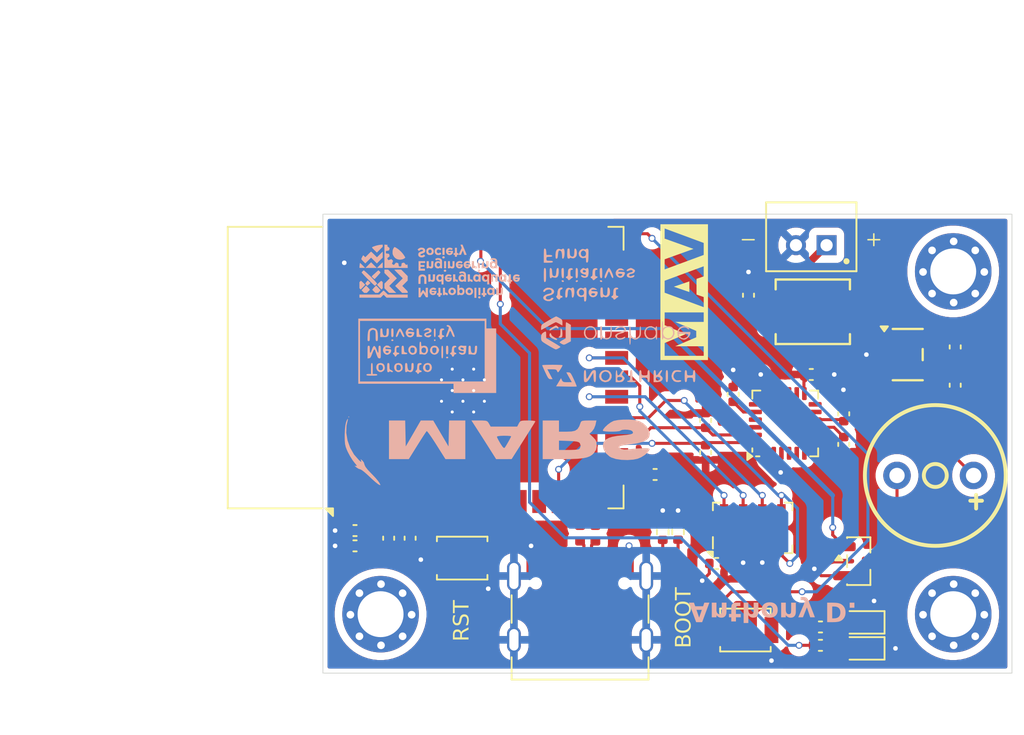
<source format=kicad_pcb>
(kicad_pcb (version 20241229) (generator "pcbnew") (generator_version "9.0")
  (title_block (title "MARS F25 Board") (date "2025-11-07") (rev "v1.0.1") (company "Metropolitan Aerospace Rocket Society") (comment 1 "Author: Anthony Dalgliesh"))
  (layers (0 "F.Cu" signal) (2 "B.Cu" signal) (13 "F.Paste" user) (15 "B.Paste" user) (5 "F.SilkS" user "F.Silkscreen") (7 "B.SilkS" user "B.Silkscreen") (1 "F.Mask" user) (3 "B.Mask" user) (25 "Edge.Cuts" user))
  (net 0 "")
  (net 1 "+3V3")
  (net 2 "Net-(U2-CPOUT)")
  (net 3 "Net-(U2-REGOUT)")
  (net 4 "BAT+")
  (net 5 "BAT-")
  (net 6 "Net-(LS1-Pad1)")
  (net 7 "Net-(Q1-D)")
  (net 8 "/SDA")
  (net 9 "/SCL")
  (net 24 "/MOSI")
  (net 25 "/ESP_EN")
  (net 26 "/ESP_IO0")
  (net 27 "Net-(U5-VIN)")
  (net 28 "Net-(D1-A)")
  (net 29 "Net-(D2-A)")
  (net 30 "Net-(J4-CC1)")
  (net 33 "USB_D-")
  (net 36 "USB_D+")
  (net 40 "Net-(J4-CC2)")
  (net 41 "/BUZZER")
  (net 42 "/LED")
  (net 43 "Net-(U4-GPIO3)")
  (net 56 "/SCK")
  (net 59 "/CS")
  (net 65 "/MISO")
  (footprint "Capacitor_SMD:C_0402_1005Metric" (layer "F.Cu") (at 161.42 108.15 180)
    (property "Reference" "C9" (hide yes))
    (property "Value" "0.1uF")
    (pad "1" smd roundrect (at -0.48 0 180) (size 0.56 0.62) (layers "F.Cu" "F.Mask" "F.Paste") (net 1 "+3V3"))
    (pad "2" smd roundrect (at 0.48 0 180) (size 0.56 0.62) (layers "F.Cu" "F.Mask" "F.Paste") (net 5 "BAT-"))
  )
  (footprint "Capacitor_SMD:C_0402_1005Metric" (layer "F.Cu") (at 160.7 100.9 90)
    (property "Reference" "R2" (hide yes))
    (property "Value" "4.7k" (hide yes))
    (pad "1" smd roundrect (at -0.48 0 90) (size 0.56 0.62) (layers "F.Cu" "F.Mask" "F.Paste") (net 1 "+3V3"))
    (pad "2" smd roundrect (at 0.48 0 90) (size 0.56 0.62) (layers "F.Cu" "F.Mask" "F.Paste") (net 8 "/SDA"))
  )
  (footprint "Sensor_Motion:InvenSense_QFN-24_4x4mm_P0.5mm" (layer "F.Cu") (at 165.9 99 90)
    (property "Reference" "U2" (hide yes))
    (property "Value" "MPU-6050" (hide yes))
    (pad "1" smd roundrect (at -1.95 -1.25 90) (size 0.85 0.3) (layers "F.Cu" "F.Mask" "F.Paste") (net 5 "BAT-"))
    (pad "2" smd roundrect (at -1.95 -0.75 90) (size 0.85 0.3) (layers "F.Cu" "F.Mask" "F.Paste"))
    (pad "3" smd roundrect (at -1.95 -0.25 90) (size 0.85 0.3) (layers "F.Cu" "F.Mask" "F.Paste"))
    (pad "4" smd roundrect (at -1.95 0.25 90) (size 0.85 0.3) (layers "F.Cu" "F.Mask" "F.Paste"))
    (pad "5" smd roundrect (at -1.95 0.75 90) (size 0.85 0.3) (layers "F.Cu" "F.Mask" "F.Paste"))
    (pad "6" smd roundrect (at -1.95 1.25 90) (size 0.85 0.3) (layers "F.Cu" "F.Mask" "F.Paste"))
    (pad "7" smd roundrect (at -1.25 1.95 180) (size 0.85 0.3) (layers "F.Cu" "F.Mask" "F.Paste"))
    (pad "8" smd roundrect (at -0.75 1.95 180) (size 0.85 0.3) (layers "F.Cu" "F.Mask" "F.Paste") (net 1 "+3V3"))
    (pad "9" smd roundrect (at -0.25 1.95 180) (size 0.85 0.3) (layers "F.Cu" "F.Mask" "F.Paste") (net 5 "BAT-"))
    (pad "10" smd roundrect (at 0.25 1.95 180) (size 0.85 0.3) (layers "F.Cu" "F.Mask" "F.Paste") (net 3 "Net-(U2-REGOUT)"))
    (pad "11" smd roundrect (at 0.75 1.95 180) (size 0.85 0.3) (layers "F.Cu" "F.Mask" "F.Paste") (net 5 "BAT-"))
    (pad "12" smd roundrect (at 1.25 1.95 180) (size 0.85 0.3) (layers "F.Cu" "F.Mask" "F.Paste"))
    (pad "13" smd roundrect (at 1.95 1.25 90) (size 0.85 0.3) (layers "F.Cu" "F.Mask" "F.Paste") (net 1 "+3V3"))
    (pad "14" smd roundrect (at 1.95 0.75 90) (size 0.85 0.3) (layers "F.Cu" "F.Mask" "F.Paste"))
    (pad "15" smd roundrect (at 1.95 0.25 90) (size 0.85 0.3) (layers "F.Cu" "F.Mask" "F.Paste"))
    (pad "16" smd roundrect (at 1.95 -0.25 90) (size 0.85 0.3) (layers "F.Cu" "F.Mask" "F.Paste"))
    (pad "17" smd roundrect (at 1.95 -0.75 90) (size 0.85 0.3) (layers "F.Cu" "F.Mask" "F.Paste"))
    (pad "18" smd roundrect (at 1.95 -1.25 90) (size 0.85 0.3) (layers "F.Cu" "F.Mask" "F.Paste") (net 5 "BAT-"))
    (pad "19" smd roundrect (at 1.25 -1.95 180) (size 0.85 0.3) (layers "F.Cu" "F.Mask" "F.Paste"))
    (pad "20" smd roundrect (at 0.75 -1.95 180) (size 0.85 0.3) (layers "F.Cu" "F.Mask" "F.Paste") (net 2 "Net-(U2-CPOUT)"))
    (pad "21" smd roundrect (at 0.25 -1.95 180) (size 0.85 0.3) (layers "F.Cu" "F.Mask" "F.Paste"))
    (pad "22" smd roundrect (at -0.25 -1.95 180) (size 0.85 0.3) (layers "F.Cu" "F.Mask" "F.Paste"))
    (pad "23" smd roundrect (at -0.75 -1.95 180) (size 0.85 0.3) (layers "F.Cu" "F.Mask" "F.Paste") (net 9 "/SCL"))
    (pad "24" smd roundrect (at -1.25 -1.95 180) (size 0.85 0.3) (layers "F.Cu" "F.Mask" "F.Paste") (net 8 "/SDA"))
    (zone (net 0) (net_name "") (layer "F.Cu") (connect_pads (clearance 0)) (min_thickness 0.254)
      (keepout (tracks not_allowed) (vias not_allowed) (pads not_allowed) (copperpour not_allowed) (footprints allowed))
      (fill (thermal_gap 0.508) (thermal_bridge_width 0.508))
      (polygon (pts (xy 164.575 100.375) (xy 164.575 97.625) (xy 167.225 97.625) (xy 167.225 100.375)))
    )
  )
  (footprint "Mount:hole" (layer "F.Cu") (at 139.5 111.5)
    (property "Reference" "H3" (hide yes))
    (property "Value" "MountingHole" (hide yes))
    (pad "1" thru_hole circle (at -2 0 90) (size 0.6 0.6) (drill 0.5) (layers "*.Cu" "*.Mask"))
    (pad "1" thru_hole circle (at -1.41 -1.41 135) (size 0.6 0.6) (drill 0.5) (layers "*.Cu" "*.Mask"))
    (pad "1" thru_hole circle (at -1.41 1.41 225) (size 0.6 0.6) (drill 0.5) (layers "*.Cu" "*.Mask"))
    (pad "1" thru_hole circle (at -0.03 -0.035 90) (size 5 5) (drill 3) (layers "*.Cu" "*.Mask"))
    (pad "1" thru_hole circle (at 0 -2 225) (size 0.6 0.6) (drill 0.5) (layers "*.Cu" "*.Mask"))
    (pad "1" thru_hole circle (at 0 2 90) (size 0.6 0.6) (drill 0.5) (layers "*.Cu" "*.Mask"))
    (pad "1" thru_hole circle (at 1.41 -1.41 180) (size 0.6 0.6) (drill 0.5) (layers "*.Cu" "*.Mask"))
    (pad "1" thru_hole circle (at 1.41 1.41 90) (size 0.6 0.6) (drill 0.5) (layers "*.Cu" "*.Mask"))
    (pad "1" thru_hole circle (at 2 0 90) (size 0.6 0.6) (drill 0.5) (layers "*.Cu" "*.Mask"))
  )
  (footprint "RF_Module:ESP32-S3-WROOM-1" (layer "F.Cu") (at 142.39 95.35 90)
    (property "Reference" "U4" (hide yes))
    (property "Value" "ESP32-S3-WROOM-1-N8")
    (pad "1" smd rect (at -8.75 -5.26 90) (size 1.5 0.9) (layers "F.Cu" "F.Mask" "F.Paste") (net 5 "BAT-"))
    (pad "2" smd rect (at -8.75 -3.99 90) (size 1.5 0.9) (layers "F.Cu" "F.Mask" "F.Paste") (net 1 "+3V3"))
    (pad "3" smd rect (at -8.75 -2.72 90) (size 1.5 0.9) (layers "F.Cu" "F.Mask" "F.Paste") (net 25 "/ESP_EN"))
    (pad "4" smd rect (at -8.75 -1.45 90) (size 1.5 0.9) (layers "F.Cu" "F.Mask" "F.Paste"))
    (pad "5" smd rect (at -8.75 -0.18 90) (size 1.5 0.9) (layers "F.Cu" "F.Mask" "F.Paste"))
    (pad "6" smd rect (at -8.75 1.09 90) (size 1.5 0.9) (layers "F.Cu" "F.Mask" "F.Paste"))
    (pad "7" smd rect (at -8.75 2.36 90) (size 1.5 0.9) (layers "F.Cu" "F.Mask" "F.Paste"))
    (pad "8" smd rect (at -8.75 3.63 90) (size 1.5 0.9) (layers "F.Cu" "F.Mask" "F.Paste"))
    (pad "9" smd rect (at -8.75 4.9 90) (size 1.5 0.9) (layers "F.Cu" "F.Mask" "F.Paste"))
    (pad "10" smd rect (at -8.75 6.17 90) (size 1.5 0.9) (layers "F.Cu" "F.Mask" "F.Paste"))
    (pad "11" smd rect (at -8.75 7.44 90) (size 1.5 0.9) (layers "F.Cu" "F.Mask" "F.Paste"))
    (pad "12" smd rect (at -8.75 8.71 90) (size 1.5 0.9) (layers "F.Cu" "F.Mask" "F.Paste") (net 8 "/SDA"))
    (pad "13" smd rect (at -8.75 9.98 90) (size 1.5 0.9) (layers "F.Cu" "F.Mask" "F.Paste") (net 33 "USB_D-"))
    (pad "14" smd rect (at -8.75 11.25 270) (size 1.5 0.9) (layers "F.Cu" "F.Mask" "F.Paste") (net 36 "USB_D+"))
    (pad "15" smd rect (at -6.985 12.5) (size 1.5 0.9) (layers "F.Cu" "F.Mask" "F.Paste") (net 43 "Net-(U4-GPIO3)"))
    (pad "16" smd rect (at -5.715 12.5) (size 1.5 0.9) (layers "F.Cu" "F.Mask" "F.Paste"))
    (pad "17" smd rect (at -4.445 12.5) (size 1.5 0.9) (layers "F.Cu" "F.Mask" "F.Paste") (net 9 "/SCL"))
    (pad "18" smd rect (at -3.175 12.5) (size 1.5 0.9) (layers "F.Cu" "F.Mask" "F.Paste") (net 59 "/CS"))
    (pad "19" smd rect (at -1.905 12.5) (size 1.5 0.9) (layers "F.Cu" "F.Mask" "F.Paste") (net 24 "/MOSI"))
    (pad "20" smd rect (at -0.635 12.5) (size 1.5 0.9) (layers "F.Cu" "F.Mask" "F.Paste") (net 56 "/SCK"))
    (pad "21" smd rect (at 0.635 12.5) (size 1.5 0.9) (layers "F.Cu" "F.Mask" "F.Paste") (net 65 "/MISO"))
    (pad "22" smd rect (at 1.905 12.5) (size 1.5 0.9) (layers "F.Cu" "F.Mask" "F.Paste"))
    (pad "23" smd rect (at 3.175 12.5) (size 1.5 0.9) (layers "F.Cu" "F.Mask" "F.Paste"))
    (pad "24" smd rect (at 4.445 12.5) (size 1.5 0.9) (layers "F.Cu" "F.Mask" "F.Paste"))
    (pad "25" smd rect (at 5.715 12.5) (size 1.5 0.9) (layers "F.Cu" "F.Mask" "F.Paste"))
    (pad "26" smd rect (at 6.985 12.5) (size 1.5 0.9) (layers "F.Cu" "F.Mask" "F.Paste"))
    (pad "27" smd rect (at 8.75 11.25 90) (size 1.5 0.9) (layers "F.Cu" "F.Mask" "F.Paste") (net 26 "/ESP_IO0"))
    (pad "28" smd rect (at 8.75 9.98 90) (size 1.5 0.9) (layers "F.Cu" "F.Mask" "F.Paste"))
    (pad "29" smd rect (at 8.75 8.71 90) (size 1.5 0.9) (layers "F.Cu" "F.Mask" "F.Paste"))
    (pad "30" smd rect (at 8.75 7.44 90) (size 1.5 0.9) (layers "F.Cu" "F.Mask" "F.Paste"))
    (pad "31" smd rect (at 8.75 6.17 90) (size 1.5 0.9) (layers "F.Cu" "F.Mask" "F.Paste"))
    (pad "32" smd rect (at 8.75 4.9 90) (size 1.5 0.9) (layers "F.Cu" "F.Mask" "F.Paste") (net 42 "/LED"))
    (pad "33" smd rect (at 8.75 3.63 90) (size 1.5 0.9) (layers "F.Cu" "F.Mask" "F.Paste") (net 41 "/BUZZER"))
    (pad "34" smd rect (at 8.75 2.36 90) (size 1.5 0.9) (layers "F.Cu" "F.Mask" "F.Paste"))
    (pad "35" smd rect (at 8.75 1.09 90) (size 1.5 0.9) (layers "F.Cu" "F.Mask" "F.Paste"))
    (pad "36" smd rect (at 8.75 -0.18 90) (size 1.5 0.9) (layers "F.Cu" "F.Mask" "F.Paste"))
    (pad "37" smd rect (at 8.75 -1.45 90) (size 1.5 0.9) (layers "F.Cu" "F.Mask" "F.Paste"))
    (pad "38" smd rect (at 8.75 -2.72 90) (size 1.5 0.9) (layers "F.Cu" "F.Mask" "F.Paste"))
    (pad "39" smd rect (at 8.75 -3.99 90) (size 1.5 0.9) (layers "F.Cu" "F.Mask" "F.Paste"))
    (pad "40" smd rect (at 8.75 -5.26 90) (size 1.5 0.9) (layers "F.Cu" "F.Mask" "F.Paste") (net 5 "BAT-"))
    (pad "41" thru_hole circle (at -2.9 1.76 180) (size 0.6 0.6) (drill 0.2) (property pad_prop_heatsink) (layers "*.Cu" "F.Mask") (net 5 "BAT-"))
    (pad "41" thru_hole circle (at -2.9 3.16 90) (size 0.6 0.6) (drill 0.2) (property pad_prop_heatsink) (layers "*.Cu" "F.Mask") (net 5 "BAT-"))
    (pad "41" thru_hole circle (at -2.2 1.06 90) (size 0.6 0.6) (drill 0.2) (property pad_prop_heatsink) (layers "*.Cu" "F.Mask") (net 5 "BAT-"))
    (pad "41" thru_hole circle (at -2.2 2.46 90) (size 0.6 0.6) (drill 0.2) (property pad_prop_heatsink) (layers "*.Cu" "F.Mask") (net 5 "BAT-"))
    (pad "41" thru_hole circle (at -2.2 3.86 90) (size 0.6 0.6) (drill 0.2) (property pad_prop_heatsink) (layers "*.Cu" "F.Mask") (net 5 "BAT-"))
    (pad "41" thru_hole circle (at -1.5 1.76 90) (size 0.6 0.6) (drill 0.2) (property pad_prop_heatsink) (layers "*.Cu" "F.Mask") (net 5 "BAT-"))
    (pad "41" smd rect (at -1.5 2.46) (size 3.9 3.9) (property pad_prop_heatsink) (layers "F.Cu" "F.Mask") (net 5 "BAT-"))
    (pad "41" thru_hole circle (at -1.5 3.16 90) (size 0.6 0.6) (drill 0.2) (property pad_prop_heatsink) (layers "*.Cu" "F.Mask") (net 5 "BAT-"))
    (pad "41" thru_hole circle (at -0.8 1.06 90) (size 0.6 0.6) (drill 0.2) (property pad_prop_heatsink) (layers "*.Cu" "F.Mask") (net 5 "BAT-"))
    (pad "41" thru_hole circle (at -0.8 2.46 90) (size 0.6 0.6) (drill 0.2) (property pad_prop_heatsink) (layers "*.Cu" "F.Mask") (net 5 "BAT-"))
    (pad "41" thru_hole circle (at -0.8 3.86 90) (size 0.6 0.6) (drill 0.2) (property pad_prop_heatsink) (layers "*.Cu" "F.Mask") (net 5 "BAT-"))
    (pad "41" thru_hole circle (at -0.1 1.76 90) (size 0.6 0.6) (drill 0.2) (property pad_prop_heatsink) (layers "*.Cu" "F.Mask") (net 5 "BAT-"))
    (pad "41" thru_hole circle (at -0.1 3.16 90) (size 0.6 0.6) (drill 0.2) (property pad_prop_heatsink) (layers "*.Cu" "F.Mask") (net 5 "BAT-"))
    (zone (net 0) (net_name "") (layers "F.Cu" "B.Cu") (connect_pads (clearance 0)) (min_thickness 0.254)
      (keepout (tracks not_allowed) (vias not_allowed) (pads not_allowed) (copperpour not_allowed) (footprints not_allowed))
      (fill (thermal_gap 0.508) (thermal_bridge_width 0.508))
      (polygon (pts (xy 135.64 119.35) (xy 135.64 71.35) (xy 114.64 71.35) (xy 114.64 119.35)))
    )
  )
  (footprint "B2B-PH-K-S:JST_B2B-PH-K-S" (layer "F.Cu") (at 167.6 86.8)
    (property "Reference" "J3" (hide yes))
    (property "Value" "B2B-PH-K-S" (hide yes))
    (pad "1" thru_hole rect (at 1 0.55) (size 1.308 1.308) (drill 0.8) (layers "*.Cu" "*.Mask") (net 4 "BAT+"))
    (pad "2" thru_hole circle (at -1 0.55) (size 1.308 1.308) (drill 0.8) (layers "*.Cu" "*.Mask") (net 5 "BAT-"))
  )
  (footprint "Resistor_SMD:R_0402_1005Metric" (layer "F.Cu") (at 158.9 106.090001 -90)
    (property "Reference" "R6" (hide yes))
    (property "Value" "5.1k" (hide yes))
    (pad "1" smd roundrect (at -0.509999 0 270) (size 0.54 0.64) (layers "F.Cu" "F.Mask" "F.Paste") (net 5 "BAT-"))
    (pad "2" smd roundrect (at 0.509999 0 270) (size 0.54 0.64) (layers "F.Cu" "F.Mask" "F.Paste") (net 30 "Net-(J4-CC1)"))
  )
  (footprint "Connector_USB:USB_C_Receptacle_Palconn_UTC16-G" (layer "F.Cu") (at 152.5 110.9)
    (property "Reference" "J4" (hide yes))
    (property "Value" "USB_C_Receptacle_USB2.0_16P")
    (pad "" np_thru_hole circle (at -2.89 -1.45 180) (size 0.6 0.6) (drill 0.6) (layers "*.Cu" "*.Mask"))
    (pad "" np_thru_hole circle (at 2.89 -1.45 180) (size 0.6 0.6) (drill 0.6) (layers "*.Cu" "*.Mask"))
    (pad "A1" smd rect (at -3.2 -2.51) (size 0.6 1.16) (layers "F.Cu" "F.Mask" "F.Paste") (net 5 "BAT-"))
    (pad "A4" smd rect (at -2.4 -2.51) (size 0.6 1.16) (layers "F.Cu" "F.Mask" "F.Paste"))
    (pad "A5" smd rect (at -1.25 -2.51 180) (size 0.3 1.16) (layers "F.Cu" "F.Mask" "F.Paste") (net 30 "Net-(J4-CC1)"))
    (pad "A6" smd rect (at -0.25 -2.51 180) (size 0.3 1.16) (layers "F.Cu" "F.Mask" "F.Paste") (net 36 "USB_D+"))
    (pad "A7" smd rect (at 0.25 -2.51 180) (size 0.3 1.16) (layers "F.Cu" "F.Mask" "F.Paste") (net 33 "USB_D-"))
    (pad "A8" smd rect (at 1.25 -2.51 180) (size 0.3 1.16) (layers "F.Cu" "F.Mask" "F.Paste"))
    (pad "A9" smd rect (at 2.4 -2.51) (size 0.6 1.16) (layers "F.Cu" "F.Mask" "F.Paste"))
    (pad "A12" smd rect (at 3.2 -2.51) (size 0.6 1.16) (layers "F.Cu" "F.Mask" "F.Paste") (net 5 "BAT-"))
    (pad "B1" smd rect (at 3.2 -2.51) (size 0.6 1.16) (layers "F.Cu" "F.Mask" "F.Paste") (net 5 "BAT-"))
    (pad "B4" smd rect (at 2.4 -2.51) (size 0.6 1.16) (layers "F.Cu" "F.Mask" "F.Paste"))
    (pad "B5" smd rect (at 1.75 -2.51 180) (size 0.3 1.16) (layers "F.Cu" "F.Mask" "F.Paste") (net 40 "Net-(J4-CC2)"))
    (pad "B6" smd rect (at 0.75 -2.51 180) (size 0.3 1.16) (layers "F.Cu" "F.Mask" "F.Paste") (net 36 "USB_D+"))
    (pad "B7" smd rect (at -0.75 -2.51 180) (size 0.3 1.16) (layers "F.Cu" "F.Mask" "F.Paste") (net 33 "USB_D-"))
    (pad "B8" smd rect (at -1.75 -2.51 180) (size 0.3 1.16) (layers "F.Cu" "F.Mask" "F.Paste"))
    (pad "B9" smd rect (at -2.4 -2.51) (size 0.6 1.16) (layers "F.Cu" "F.Mask" "F.Paste"))
    (pad "B12" smd rect (at -3.2 -2.51) (size 0.6 1.16) (layers "F.Cu" "F.Mask" "F.Paste") (net 5 "BAT-"))
    (pad "S1" thru_hole oval (at -4.32 -1.93 90) (size 2 0.9) (drill oval 1.7 0.6) (property pad_prop_heatsink) (layers "*.Cu" "*.Mask") (net 5 "BAT-"))
    (pad "S1" thru_hole oval (at -4.32 2.24 90) (size 1.7 0.9) (drill oval 1.4 0.6) (property pad_prop_heatsink) (layers "*.Cu" "*.Mask") (net 5 "BAT-"))
    (pad "S1" thru_hole oval (at 4.32 -1.93 90) (size 2 0.9) (drill oval 1.7 0.6) (property pad_prop_heatsink) (layers "*.Cu" "*.Mask") (net 5 "BAT-"))
    (pad "S1" thru_hole oval (at 4.32 2.24 90) (size 1.7 0.9) (drill oval 1.4 0.6) (property pad_prop_heatsink) (layers "*.Cu" "*.Mask") (net 5 "BAT-"))
  )
  (footprint "Capacitor_SMD:C_0402_1005Metric" (layer "F.Cu") (at 168.2 112.3)
    (property "Reference" "R7" (hide yes))
    (property "Value" "1.5k" (hide yes))
    (pad "1" smd roundrect (at -0.48 0) (size 0.56 0.62) (layers "F.Cu" "F.Mask" "F.Paste") (net 1 "+3V3"))
    (pad "2" smd roundrect (at 0.48 0) (size 0.56 0.62) (layers "F.Cu" "F.Mask" "F.Paste") (net 29 "Net-(D2-A)"))
  )
  (footprint "Capacitor_SMD:C_0402_1005Metric" (layer "F.Cu") (at 157.4 102.335)
    (property "Reference" "R5" (hide yes))
    (property "Value" "10k" (hide yes))
    (pad "1" smd roundrect (at -0.48 0) (size 0.56 0.62) (layers "F.Cu" "F.Mask" "F.Paste") (net 43 "Net-(U4-GPIO3)"))
    (pad "2" smd roundrect (at 0.48 0) (size 0.56 0.62) (layers "F.Cu" "F.Mask" "F.Paste") (net 1 "+3V3"))
  )
  (footprint "Capacitor_SMD:C_0402_1005Metric" (layer "F.Cu") (at 137.8 106)
    (property "Reference" "C1" (hide yes))
    (property "Value" "10uF" (hide yes))
    (pad "1" smd roundrect (at -0.48 0) (size 0.56 0.62) (layers "F.Cu" "F.Mask" "F.Paste") (net 5 "BAT-"))
    (pad "2" smd roundrect (at 0.48 0) (size 0.56 0.62) (layers "F.Cu" "F.Mask" "F.Paste") (net 1 "+3V3"))
  )
  (footprint "Capacitor_SMD:C_0402_1005Metric" (layer "F.Cu") (at 160.7 98.8 -90)
    (property "Reference" "R3" (hide yes))
    (property "Value" "4.7k" (hide yes))
    (pad "1" smd roundrect (at -0.48 0 270) (size 0.56 0.62) (layers "F.Cu" "F.Mask" "F.Paste") (net 1 "+3V3"))
    (pad "2" smd roundrect (at 0.48 0 270) (size 0.56 0.62) (layers "F.Cu" "F.Mask" "F.Paste") (net 9 "/SCL"))
  )
  (footprint "Diode:DIODE_SMB_2L_ONS" (layer "F.Cu") (at 167.7 91.7 180)
    (property "Reference" "CR1" (hide yes))
    (property "Value" "MBRS130LT3G" (hide yes))
    (pad "1" smd rect (at -2.1717 0 180) (size 1.9558 2.2606) (layers "F.Cu" "F.Mask" "F.Paste") (net 27 "Net-(U5-VIN)"))
    (pad "2" smd rect (at 2.1717 0 180) (size 1.9558 2.2606) (layers "F.Cu" "F.Mask" "F.Paste") (net 4 "BAT+"))
    (zone (net 0) (net_name "") (layer "F.Cu") (connect_pads (clearance 0)) (min_thickness 0.254)
      (keepout (tracks not_allowed) (vias not_allowed) (pads allowed) (copperpour not_allowed) (footprints allowed))
      (fill (thermal_gap 0.508) (thermal_bridge_width 0.508))
      (polygon (pts (xy 168.843 93.6304) (xy 166.557 93.6304) (xy 166.557 89.7696) (xy 168.843 89.7696)))
    )
  )
  (footprint "HNB09A03:HNB09A03" (layer "F.Cu") (at 175.7 102.4 180)
    (property "Reference" "LS1" (hide yes))
    (property "Value" "HNB09A03" (hide yes))
    (pad "1" thru_hole circle (at -2.5003 0 180) (size 1.8 1.8) (drill 1 (offset 0.00031 0)) (layers "*.Cu" "*.Mask") (net 6 "Net-(LS1-Pad1)"))
    (pad "2" thru_hole circle (at 2.49979 0 180) (size 1.8 1.8) (drill 1 (offset 0.0002 0)) (layers "*.Cu" "*.Mask") (net 7 "Net-(Q1-D)"))
  )
  (footprint "Package_LGA:LGA-8_3x5mm_P1.25mm" (layer "F.Cu") (at 163.775 105.825 90)
    (property "Reference" "U1" (hide yes))
    (property "Value" "MS5611-01BA")
    (pad "1" smd rect (at -1.075 -1.875 90) (size 0.95 0.55) (layers "F.Cu" "F.Mask" "F.Paste") (net 1 "+3V3"))
    (pad "2" smd rect (at -1.075 -0.625 90) (size 0.95 0.55) (layers "F.Cu" "F.Mask" "F.Paste") (net 5 "BAT-"))
    (pad "3" smd rect (at -1.075 0.625 90) (size 0.95 0.55) (layers "F.Cu" "F.Mask" "F.Paste") (net 5 "BAT-"))
    (pad "4" smd rect (at -1.075 1.875 90) (size 0.95 0.55) (layers "F.Cu" "F.Mask" "F.Paste") (net 59 "/CS"))
    (pad "5" smd rect (at 1.075 1.875 90) (size 0.95 0.55) (layers "F.Cu" "F.Mask" "F.Paste") (net 59 "/CS"))
    (pad "6" smd rect (at 1.075 0.625 90) (size 0.95 0.55) (layers "F.Cu" "F.Mask" "F.Paste") (net 65 "/MISO"))
    (pad "7" smd rect (at 1.075 -0.625 90) (size 0.95 0.55) (layers "F.Cu" "F.Mask" "F.Paste") (net 24 "/MOSI"))
    (pad "8" smd rect (at 1.075 -1.875 90) (size 0.95 0.55) (layers "F.Cu" "F.Mask" "F.Paste") (net 56 "/SCK"))
  )
  (footprint "Package_TO_SOT_SMD:SOT-23" (layer "F.Cu") (at 170.7 108)
    (property "Reference" "Q1" (hide yes))
    (property "Value" "IRLML6244")
    (pad "1" smd roundrect (at -0.9375 -0.95) (size 1.475 0.6) (layers "F.Cu" "F.Mask" "F.Paste") (net 41 "/BUZZER"))
    (pad "2" smd roundrect (at -0.9375 0.95) (size 1.475 0.6) (layers "F.Cu" "F.Mask" "F.Paste") (net 5 "BAT-"))
    (pad "3" smd roundrect (at 0.9375 0) (size 1.475 0.6) (layers "F.Cu" "F.Mask" "F.Paste") (net 7 "Net-(Q1-D)"))
  )
  (footprint "LED_SMD:LED_0603_1608Metric" (layer "F.Cu") (at 170.9 112 180)
    (property "Reference" "D2" (hide yes))
    (property "Value" "LED" (hide yes))
    (pad "1" smd roundrect (at -0.787501 0 180) (size 0.875 0.95) (layers "F.Cu" "F.Mask" "F.Paste") (net 5 "BAT-"))
    (pad "2" smd roundrect (at 0.787501 0 180) (size 0.875 0.95) (layers "F.Cu" "F.Mask" "F.Paste") (net 29 "Net-(D2-A)"))
  )
  (footprint "Capacitor_SMD:C_0402_1005Metric" (layer "F.Cu") (at 169.719999 98.37 90)
    (property "Reference" "C7" (hide yes))
    (property "Value" "0.1uF" (hide yes))
    (pad "1" smd roundrect (at -0.48 0 90) (size 0.56 0.62) (layers "F.Cu" "F.Mask" "F.Paste") (net 3 "Net-(U2-REGOUT)"))
    (pad "2" smd roundrect (at 0.48 0 90) (size 0.56 0.62) (layers "F.Cu" "F.Mask" "F.Paste") (net 5 "BAT-"))
  )
  (footprint "Capacitor_SMD:C_0402_1005Metric" (layer "F.Cu") (at 168.2 113.5)
    (property "Reference" "R1" (hide yes))
    (property "Value" "2k" (hide yes))
    (pad "1" smd roundrect (at -0.48 0) (size 0.56 0.62) (layers "F.Cu" "F.Mask" "F.Paste") (net 42 "/LED"))
    (pad "2" smd roundrect (at 0.48 0) (size 0.56 0.62) (layers "F.Cu" "F.Mask" "F.Paste") (net 28 "Net-(D1-A)"))
  )
  (footprint "clipboard:8a0a766a-bff8-4b8c-9015-f6a2d7131c27" (layer "F.Cu") (at 172.5 92.8)
    (property "Reference" "" (at 0 0 0) (layer "F.SilkS") (effects (font (size 1.27 1.27))))
    (property "Value" "")
  )
  (footprint "Button_Switch_SMD:SW_SPST_B3U-1000P" (layer "F.Cu") (at 144.8 107.8 180)
    (property "Reference" "SW1" (hide yes))
    (property "Value" "RESET" (hide yes))
    (pad "1" smd rect (at -1.700001 0 180) (size 0.9 1.7) (layers "F.Cu" "F.Mask" "F.Paste") (net 5 "BAT-"))
    (pad "2" smd rect (at 1.700001 0 180) (size 0.9 1.7) (layers "F.Cu" "F.Mask" "F.Paste") (net 25 "/ESP_EN"))
  )
  (footprint "Mount:hole" (layer "F.Cu") (at 176.9 89.1)
    (property "Reference" "H1" (hide yes))
    (property "Value" "MountingHole" (hide yes))
    (pad "1" thru_hole circle (at -2 0 90) (size 0.6 0.6) (drill 0.5) (layers "*.Cu" "*.Mask"))
    (pad "1" thru_hole circle (at -1.41 -1.41 135) (size 0.6 0.6) (drill 0.5) (layers "*.Cu" "*.Mask"))
    (pad "1" thru_hole circle (at -1.41 1.41 225) (size 0.6 0.6) (drill 0.5) (layers "*.Cu" "*.Mask"))
    (pad "1" thru_hole circle (at -0.03 -0.035 90) (size 5 5) (drill 3) (layers "*.Cu" "*.Mask"))
    (pad "1" thru_hole circle (at 0 -2 225) (size 0.6 0.6) (drill 0.5) (layers "*.Cu" "*.Mask"))
    (pad "1" thru_hole circle (at 0 2 90) (size 0.6 0.6) (drill 0.5) (layers "*.Cu" "*.Mask"))
    (pad "1" thru_hole circle (at 1.41 -1.41 180) (size 0.6 0.6) (drill 0.5) (layers "*.Cu" "*.Mask"))
    (pad "1" thru_hole circle (at 1.41 1.41 90) (size 0.6 0.6) (drill 0.5) (layers "*.Cu" "*.Mask"))
    (pad "1" thru_hole circle (at 2 0 90) (size 0.6 0.6) (drill 0.5) (layers "*.Cu" "*.Mask"))
  )
  (footprint "Capacitor_SMD:C_0402_1005Metric" (layer "F.Cu") (at 140 106.5 -90)
    (property "Reference" "R11" (hide yes))
    (property "Value" "10k" (hide yes))
    (pad "1" smd roundrect (at -0.48 0 270) (size 0.56 0.62) (layers "F.Cu" "F.Mask" "F.Paste") (net 25 "/ESP_EN"))
    (pad "2" smd roundrect (at 0.48 0 270) (size 0.56 0.62) (layers "F.Cu" "F.Mask" "F.Paste") (net 1 "+3V3"))
  )
  (footprint "Capacitor_SMD:C_0402_1005Metric" (layer "F.Cu") (at 141.4 106.5 -90)
    (property "Reference" "C3" (hide yes))
    (property "Value" "1uF" (hide yes))
    (pad "1" smd roundrect (at -0.48 0 270) (size 0.56 0.62) (layers "F.Cu" "F.Mask" "F.Paste") (net 25 "/ESP_EN"))
    (pad "2" smd roundrect (at 0.48 0 270) (size 0.56 0.62) (layers "F.Cu" "F.Mask" "F.Paste") (net 5 "BAT-"))
  )
  (footprint "Capacitor_SMD:C_0402_1005Metric" (layer "F.Cu") (at 177 94 -90)
    (property "Reference" "C11" (hide yes))
    (property "Value" "1uF" (hide yes))
    (pad "1" smd roundrect (at -0.48 0 270) (size 0.56 0.62) (layers "F.Cu" "F.Mask" "F.Paste") (net 1 "+3V3"))
    (pad "2" smd roundrect (at 0.48 0 270) (size 0.56 0.62) (layers "F.Cu" "F.Mask" "F.Paste") (net 5 "BAT-"))
  )
  (footprint "LDO:SOT_RG1_DIO" (layer "F.Cu") (at 173.9 94.5)
    (property "Reference" "U5" (hide yes))
    (property "Value" "AP2112K-3.3" (hide yes))
    (pad "1" smd rect (at -1.35255 -0.950001) (size 1.0033 0.508) (layers "F.Cu" "F.Mask" "F.Paste") (net 27 "Net-(U5-VIN)"))
    (pad "2" smd rect (at -1.35255 0) (size 1.0033 0.508) (layers "F.Cu" "F.Mask" "F.Paste") (net 5 "BAT-"))
    (pad "3" smd rect (at -1.35255 0.950001) (size 1.0033 0.508) (layers "F.Cu" "F.Mask" "F.Paste") (net 1 "+3V3"))
    (pad "4" smd rect (at 1.35255 0.950001) (size 1.0033 0.508) (layers "F.Cu" "F.Mask" "F.Paste"))
    (pad "5" smd rect (at 1.35255 -0.950001) (size 1.0033 0.508) (layers "F.Cu" "F.Mask" "F.Paste") (net 1 "+3V3"))
  )
  (footprint "Capacitor_SMD:C_0402_1005Metric" (layer "F.Cu") (at 177 96.5 -90)
    (property "Reference" "R4" (hide yes))
    (property "Value" "1k" (hide yes))
    (pad "1" smd roundrect (at -0.48 0 270) (size 0.56 0.62) (layers "F.Cu" "F.Mask" "F.Paste") (net 1 "+3V3"))
    (pad "2" smd roundrect (at 0.48 0 270) (size 0.56 0.62) (layers "F.Cu" "F.Mask" "F.Paste") (net 6 "Net-(LS1-Pad1)"))
  )
  (footprint "Capacitor_SMD:C_0402_1005Metric" (layer "F.Cu") (at 169.719999 100.37 -90)
    (property "Reference" "C4" (hide yes))
    (property "Value" "10nF" (hide yes))
    (pad "1" smd roundrect (at -0.48 0 270) (size 0.56 0.62) (layers "F.Cu" "F.Mask" "F.Paste") (net 5 "BAT-"))
    (pad "2" smd roundrect (at 0.48 0 270) (size 0.56 0.62) (layers "F.Cu" "F.Mask" "F.Paste") (net 1 "+3V3"))
  )
  (footprint "Resistor_SMD:R_0402_1005Metric" (layer "F.Cu") (at 153.5 106.2 90)
    (property "Reference" "R16" (hide yes))
    (property "Value" "27" (hide yes))
    (pad "1" smd roundrect (at -0.509999 0 90) (size 0.54 0.64) (layers "F.Cu" "F.Mask" "F.Paste") (net 36 "USB_D+"))
    (pad "2" smd roundrect (at 0.509999 0 90) (size 0.54 0.64) (layers "F.Cu" "F.Mask" "F.Paste") (net 36 "USB_D+"))
  )
  (footprint "Button_Switch_SMD:SW_SPST_B3U-1000P" (layer "F.Cu") (at 163.3 112.5 180)
    (property "Reference" "SW2" (hide yes))
    (property "Value" "BOOT" (hide yes))
    (pad "1" smd rect (at -1.700001 0 180) (size 0.9 1.7) (layers "F.Cu" "F.Mask" "F.Paste") (net 5 "BAT-"))
    (pad "2" smd rect (at 1.700001 0 180) (size 0.9 1.7) (layers "F.Cu" "F.Mask" "F.Paste") (net 26 "/ESP_IO0"))
  )
  (footprint "Capacitor_SMD:C_0402_1005Metric" (layer "F.Cu") (at 137.8 107)
    (property "Reference" "C2" (hide yes))
    (property "Value" "0.1uF" (hide yes))
    (pad "1" smd roundrect (at -0.48 0) (size 0.56 0.62) (layers "F.Cu" "F.Mask" "F.Paste") (net 5 "BAT-"))
    (pad "2" smd roundrect (at 0.48 0) (size 0.56 0.62) (layers "F.Cu" "F.Mask" "F.Paste") (net 1 "+3V3"))
  )
  (footprint "Capacitor_SMD:C_0402_1005Metric" (layer "F.Cu") (at 163.5 90.62 90)
    (property "Reference" "C10" (hide yes))
    (property "Value" "1uF" (hide yes))
    (pad "1" smd roundrect (at -0.48 0 90) (size 0.56 0.62) (layers "F.Cu" "F.Mask" "F.Paste") (net 4 "BAT+"))
    (pad "2" smd roundrect (at 0.48 0 90) (size 0.56 0.62) (layers "F.Cu" "F.Mask" "F.Paste") (net 5 "BAT-"))
  )
  (footprint "Resistor_SMD:R_0402_1005Metric" (layer "F.Cu") (at 157.9 106.1 90)
    (property "Reference" "R12" (hide yes))
    (property "Value" "5.1k" (hide yes))
    (pad "1" smd roundrect (at -0.509999 0 90) (size 0.54 0.64) (layers "F.Cu" "F.Mask" "F.Paste") (net 40 "Net-(J4-CC2)"))
    (pad "2" smd roundrect (at 0.509999 0 90) (size 0.54 0.64) (layers "F.Cu" "F.Mask" "F.Paste") (net 5 "BAT-"))
  )
  (footprint "Capacitor_SMD:C_0402_1005Metric" (layer "F.Cu") (at 162.5 97.1 90)
    (property "Reference" "C6" (hide yes))
    (property "Value" "2.2nF" (hide yes))
    (pad "1" smd roundrect (at -0.48 0 90) (size 0.56 0.62) (layers "F.Cu" "F.Mask" "F.Paste") (net 2 "Net-(U2-CPOUT)"))
    (pad "2" smd roundrect (at 0.48 0 90) (size 0.56 0.62) (layers "F.Cu" "F.Mask" "F.Paste") (net 5 "BAT-"))
  )
  (footprint "Capacitor_SMD:C_0402_1005Metric" (layer "F.Cu") (at 167.6 95.8 180)
    (property "Reference" "C5" (hide yes))
    (property "Value" "0.1uF" (hide yes))
    (pad "1" smd roundrect (at -0.48 0 180) (size 0.56 0.62) (layers "F.Cu" "F.Mask" "F.Paste") (net 5 "BAT-"))
    (pad "2" smd roundrect (at 0.48 0 180) (size 0.56 0.62) (layers "F.Cu" "F.Mask" "F.Paste") (net 1 "+3V3"))
  )
  (footprint "LED_SMD:LED_0603_1608Metric" (layer "F.Cu") (at 170.9 113.7 180)
    (property "Reference" "D1" (hide yes))
    (property "Value" "LED" (hide yes))
    (pad "1" smd roundrect (at -0.787501 0 180) (size 0.875 0.95) (layers "F.Cu" "F.Mask" "F.Paste") (net 5 "BAT-"))
    (pad "2" smd roundrect (at 0.787501 0 180) (size 0.875 0.95) (layers "F.Cu" "F.Mask" "F.Paste") (net 28 "Net-(D1-A)"))
  )
  (footprint "Mount:hole" (layer "F.Cu") (at 176.9 111.5)
    (property "Reference" "H2" (hide yes))
    (property "Value" "MountingHole" (hide yes))
    (pad "1" thru_hole circle (at -2 0 90) (size 0.6 0.6) (drill 0.5) (layers "*.Cu" "*.Mask"))
    (pad "1" thru_hole circle (at -1.41 -1.41 135) (size 0.6 0.6) (drill 0.5) (layers "*.Cu" "*.Mask"))
    (pad "1" thru_hole circle (at -1.41 1.41 225) (size 0.6 0.6) (drill 0.5) (layers "*.Cu" "*.Mask"))
    (pad "1" thru_hole circle (at -0.03 -0.035 90) (size 5 5) (drill 3) (layers "*.Cu" "*.Mask"))
    (pad "1" thru_hole circle (at 0 -2 225) (size 0.6 0.6) (drill 0.5) (layers "*.Cu" "*.Mask"))
    (pad "1" thru_hole circle (at 0 2 90) (size 0.6 0.6) (drill 0.5) (layers "*.Cu" "*.Mask"))
    (pad "1" thru_hole circle (at 1.41 -1.41 180) (size 0.6 0.6) (drill 0.5) (layers "*.Cu" "*.Mask"))
    (pad "1" thru_hole circle (at 1.41 1.41 90) (size 0.6 0.6) (drill 0.5) (layers "*.Cu" "*.Mask"))
    (pad "1" thru_hole circle (at 2 0 90) (size 0.6 0.6) (drill 0.5) (layers "*.Cu" "*.Mask"))
  )
  (footprint "Resistor_SMD:R_0402_1005Metric" (layer "F.Cu") (at 152.5 106.2 90)
    (property "Reference" "R17" (hide yes))
    (property "Value" "27" (hide yes))
    (pad "1" smd roundrect (at -0.509999 0 90) (size 0.54 0.64) (layers "F.Cu" "F.Mask" "F.Paste") (net 33 "USB_D-"))
    (pad "2" smd roundrect (at 0.509999 0 90) (size 0.54 0.64) (layers "F.Cu" "F.Mask" "F.Paste") (net 33 "USB_D-"))
  )
  (footprint "LOGO" (layer "B.Cu") (at 154.824101 93.082125)
    (property "Reference" "G***" (hide yes))
    (property "Value" "LOGO" (hide yes))
  )
  (footprint "LOGO" (layer "B.Cu") (at 155.024101 95.882125)
    (property "Reference" "G***" (hide yes))
    (property "Value" "LOGO" (hide yes))
  )
  (footprint "LOGO" (layer "B.Cu") (at 142.519024 94.578305)
    (property "Reference" "G***" (hide yes))
    (property "Value" "LOGO" (hide yes))
  )
  (footprint "LOGO" (layer "B.Cu") (at 143.3 89.1)
    (property "Reference" "G***" (hide yes))
    (property "Value" "LOGO" (hide yes))
  )
  (footprint "LOGO" (layer "B.Cu") (at 153.1 89.3)
    (property "Reference" "G***" (hide yes))
    (property "Value" "LOGO" (hide yes))
  )
  (footprint "LOGO" (layer "B.Cu") (at 147.1 100.8)
    (property "Reference" "G***" (hide yes))
    (property "Value" "LOGO" (hide yes))
  )
  (gr_rect (start 135.705 85.32) (end 180.705 115.32) (stroke (width 0.05)) (fill no) (layer "Edge.Cuts"))
  (gr_text "RST" (at 144.8 111.9 90) (layer "F.SilkS") (effects (font (size 1 1))))
  (gr_text "+" (at 171 87.5 0) (layer "F.SilkS") (effects (font (size 1 1) (thickness 0.1)) (justify left bottom)))
  (gr_text "-" (at 162.8 87.5 0) (layer "F.SilkS") (effects (font (size 1 1) (thickness 0.1)) (justify left bottom)))
  (gr_text "BOOT" (at 159.3 111.7 90) (layer "F.SilkS") (effects (font (size 1 1))))
  (gr_text "MAV" (at 161 94.9 90) (layer "F.SilkS" knockout) (effects (font (size 2.5 2.5) (thickness 0.3) (bold yes)) (justify left bottom)))
  (gr_text "Anthony D." (at 159.6 110.5 180) (layer "B.SilkS") (effects (font (size 1.25 1.25) (thickness 0.3) (bold yes)) (justify left bottom mirror)))
  (segment (start 138.4 105.98) (end 138.38 106) (width 0.2) (layer "F.Cu") (net 1))
  (segment (start 167.12 95.8) (end 167.12 97.02) (width 0.2) (layer "F.Cu") (net 1))
  (segment (start 138.4 104.1) (end 138.4 105.98) (width 0.2) (layer "F.Cu") (net 1))
  (segment (start 167.12 97.02) (end 167.15 97.05) (width 0.2) (layer "F.Cu") (net 1))
  (segment (start 138.38 106) (end 138.38 107) (width 0.2) (layer "F.Cu") (net 1))
  (segment (start 163.17 98.25) (end 163.95 98.25) (width 0.2) (layer "F.Cu") (net 2))
  (segment (start 162.5 97.58) (end 163.17 98.25) (width 0.2) (layer "F.Cu") (net 2))
  (segment (start 167.85 98.75) (end 169.619999 98.75) (width 0.2) (layer "F.Cu") (net 3))
  (segment (start 169.619999 98.75) (end 169.719999 98.85) (width 0.2) (layer "F.Cu") (net 3))
  (segment (start 168.6 87.35) (end 165.5283 90.4217) (width 0.5) (layer "F.Cu") (net 4))
  (segment (start 163.6 91.1) (end 164.2 91.7) (width 0.2) (layer "F.Cu") (net 4))
  (segment (start 164.2 91.7) (end 165.5283 91.7) (width 0.2) (layer "F.Cu") (net 4))
  (segment (start 163.5 91.1) (end 163.6 91.1) (width 0.2) (layer "F.Cu") (net 4))
  (segment (start 165.5283 90.4217) (end 165.5283 91.7) (width 0.5) (layer "F.Cu") (net 4))
  (segment (start 141.4 107.2) (end 142.1 107.9) (width 0.2) (layer "F.Cu") (net 5))
  (segment (start 168.25 108.95) (end 169.7625 108.95) (width 0.2) (layer "F.Cu") (net 5))
  (segment (start 164.65 100.95) (end 164.65 101.408824) (width 0.2) (layer "F.Cu") (net 5))
  (segment (start 164.3 95.8) (end 164.3 96.7) (width 0.2) (layer "F.Cu") (net 5))
  (segment (start 137.42 107) (end 136.5 107) (width 0.2) (layer "F.Cu") (net 5))
  (segment (start 169.079999 99.25) (end 169.719999 99.89) (width 0.2) (layer "F.Cu") (net 5))
  (segment (start 137.13 105.81) (end 137.32 106) (width 0.2) (layer "F.Cu") (net 5))
  (segment (start 163.5 89.1) (end 163.5 90.14) (width 0.2) (layer "F.Cu") (net 5))
  (segment (start 168.08 95.8) (end 169.1 95.8) (width 0.2) (layer "F.Cu") (net 5))
  (segment (start 167.8 108.5) (end 168.25 108.95) (width 0.2) (layer "F.Cu") (net 5))
  (segment (start 169.7 97.870001) (end 169.719999 97.89) (width 0.2) (layer "F.Cu") (net 5))
  (segment (start 137.13 104.1) (end 137.13 105.81) (width 0.2) (layer "F.Cu") (net 5))
  (segment (start 137.32 106) (end 137.32 107) (width 0.2) (layer "F.Cu") (net 5))
  (segment (start 149.3 107) (end 149.3 108.39) (width 0.2) (layer "F.Cu") (net 5))
  (segment (start 167.85 99.25) (end 169.079999 99.25) (width 0.2) (layer "F.Cu") (net 5))
  (segment (start 164.65 101.408824) (end 165.441176 102.2) (width 0.2) (layer "F.Cu") (net 5))
  (segment (start 165.441176 102.2) (end 165.6 102.2) (width 0.2) (layer "F.Cu") (net 5))
  (segment (start 171.687501 113.7) (end 173.1 113.7) (width 0.2) (layer "F.Cu") (net 5))
  (segment (start 155.7 107) (end 155.7 108.39) (width 0.2) (layer "F.Cu") (net 5))
  (segment (start 164.4 106.9) (end 164.4 108.090509) (width 0.2) (layer "F.Cu") (net 5))
  (segment (start 171.7 111.987501) (end 171.687501 112) (width 0.2) (layer "F.Cu") (net 5))
  (segment (start 165.000001 112.5) (end 165 114.5) (width 0.2) (layer "F.Cu") (net 5))
  (segment (start 137.13 88.47) (end 137.1 88.5) (width 0.2) (layer "F.Cu") (net 5))
  (segment (start 158.9 104.690001) (end 158.9 105.580002) (width 0.2) (layer "F.Cu") (net 5))
  (segment (start 164.3 96.7) (end 164.65 97.05) (width 0.2) (layer "F.Cu") (net 5))
  (segment (start 169.7 96.9) (end 169.7 97.870001) (width 0.2) (layer "F.Cu") (net 5))
  (segment (start 160.475 109.275) (end 160.94 108.81) (width 0.2) (layer "F.Cu") (net 5))
  (segment (start 141.4 106.98) (end 141.4 107.2) (width 0.2) (layer "F.Cu") (net 5))
  (segment (start 171.7 110.6) (end 171.7 111.987501) (width 0.2) (layer "F.Cu") (net 5))
  (segment (start 146.500001 107.8) (end 146.500001 109.8) (width 0.2) (layer "F.Cu") (net 5))
  (segment (start 171.2 94.5) (end 172.54745 94.5) (width 0.2) (layer "F.Cu") (net 5))
  (segment (start 162.5 95.5) (end 162.5 96.62) (width 0.2) (layer "F.Cu") (net 5))
  (segment (start 157.9 104.690001) (end 157.9 105.590001) (width 0.2) (layer "F.Cu") (net 5))
  (segment (start 137.32 106) (end 136.5 106) (width 0.2) (layer "F.Cu") (net 5))
  (segment (start 163.15 106.9) (end 163.15 108.1) (width 0.2) (layer "F.Cu") (net 5))
  (segment (start 137.13 86.6) (end 137.13 88.47) (width 0.2) (layer "F.Cu") (net 5))
  (segment (start 160.94 108.81) (end 160.94 108.15) (width 0.2) (layer "F.Cu") (net 5))
  (via (at 149.3 107) (size 0.45) (drill 0.3) (layers "F.Cu" "B.Cu") (net 5))
  (via (at 167.8 108.5) (size 0.45) (drill 0.3) (layers "F.Cu" "B.Cu") (net 5))
  (via (at 171.2 94.5) (size 0.45) (drill 0.3) (layers "F.Cu" "B.Cu") (net 5))
  (via (at 162.5 95.5) (size 0.45) (drill 0.3) (layers "F.Cu" "B.Cu") (net 5))
  (via (at 165 114.5) (size 0.45) (drill 0.3) (layers "F.Cu" "B.Cu") (net 5))
  (via (at 163.15 108.1) (size 0.45) (drill 0.3) (layers "F.Cu" "B.Cu") (net 5))
  (via (at 158.9 104.690001) (size 0.45) (drill 0.3) (layers "F.Cu" "B.Cu") (net 5))
  (via (at 164.4 108.090509) (size 0.45) (drill 0.3) (layers "F.Cu" "B.Cu") (net 5))
  (via (at 160.475 109.275) (size 0.45) (drill 0.3) (layers "F.Cu" "B.Cu") (net 5))
  (via (at 136.5 107) (size 0.45) (drill 0.3) (layers "F.Cu" "B.Cu") (net 5))
  (via (at 155.7 107) (size 0.45) (drill 0.3) (layers "F.Cu" "B.Cu") (net 5))
  (via (at 137.1 88.5) (size 0.45) (drill 0.3) (layers "F.Cu" "B.Cu") (net 5))
  (via (at 142.1 107.9) (size 0.45) (drill 0.3) (layers "F.Cu" "B.Cu") (net 5))
  (via (at 173.1 113.7) (size 0.45) (drill 0.3) (layers "F.Cu" "B.Cu") (net 5))
  (via (at 164.3 95.8) (size 0.45) (drill 0.3) (layers "F.Cu" "B.Cu") (net 5))
  (via (at 169.1 95.8) (size 0.45) (drill 0.3) (layers "F.Cu" "B.Cu") (net 5))
  (via (at 171.7 110.6) (size 0.45) (drill 0.3) (layers "F.Cu" "B.Cu") (net 5))
  (via (at 169.7 96.8) (size 0.45) (drill 0.3) (layers "F.Cu" "B.Cu") (net 5))
  (via (at 136.5 106) (size 0.45) (drill 0.3) (layers "F.Cu" "B.Cu") (net 5))
  (via (at 157.9 104.690001) (size 0.45) (drill 0.3) (layers "F.Cu" "B.Cu") (net 5))
  (via (at 163.5 89.1) (size 0.45) (drill 0.3) (layers "F.Cu" "B.Cu") (net 5))
  (via (at 165.6 102.2) (size 0.45) (drill 0.3) (layers "F.Cu" "B.Cu") (net 5))
  (via (at 146.500001 109.8) (size 0.45) (drill 0.3) (layers "F.Cu" "B.Cu") (net 5))
  (segment (start 177 101.1997) (end 178.2003 102.4) (width 0.2) (layer "F.Cu") (net 6))
  (segment (start 177 96.98) (end 177 101.1997) (width 0.2) (layer "F.Cu") (net 6))
  (segment (start 173.20021 106.43729) (end 171.6375 108) (width 0.2) (layer "F.Cu") (net 7))
  (segment (start 173.20021 102.4) (end 173.20021 106.43729) (width 0.2) (layer "F.Cu") (net 7))
  (segment (start 160.7 100.42) (end 160.87 100.25) (width 0.2) (layer "F.Cu") (net 8))
  (segment (start 157.2 100.3) (end 160.48 100.3) (width 0.2) (layer "F.Cu") (net 8))
  (segment (start 160.48 100.3) (end 160.7 100.52) (width 0.2) (layer "F.Cu") (net 8))
  (segment (start 160.7 100.52) (end 160.88 100.52) (width 0.2) (layer "F.Cu") (net 8))
  (segment (start 160.87 100.25) (end 163.95 100.25) (width 0.2) (layer "F.Cu") (net 8))
  (segment (start 151.1 104.1) (end 151.1 102) (width 0.2) (layer "F.Cu") (net 8))
  (via (at 157.2 100.3) (size 0.45) (drill 0.3) (layers "F.Cu" "B.Cu") (net 8))
  (via (at 151.1 102) (size 0.45) (drill 0.3) (layers "F.Cu" "B.Cu") (net 8))
  (segment (start 157.2 100.3) (end 152.8 100.3) (width 0.2) (layer "B.Cu") (net 8))
  (segment (start 152.8 100.3) (end 151.1 102) (width 0.2) (layer "B.Cu") (net 8))
  (segment (start 161.17 99.75) (end 163.95 99.75) (width 0.2) (layer "F.Cu") (net 9))
  (segment (start 155.93125 99.8) (end 156.6 99.8) (width 0.2) (layer "F.Cu") (net 9))
  (segment (start 157.2 99.28) (end 160.7 99.28) (width 0.2) (layer "F.Cu") (net 9))
  (segment (start 156.6 99.8) (end 157.12 99.28) (width 0.2) (layer "F.Cu") (net 9))
  (segment (start 160.7 99.28) (end 161.17 99.75) (width 0.2) (layer "F.Cu") (net 9))
  (segment (start 154.89 99.795) (end 155.92625 99.795) (width 0.2) (layer "F.Cu") (net 9))
  (segment (start 155.92625 99.795) (end 155.93125 99.8) (width 0.2) (layer "F.Cu") (net 9))
  (segment (start 157.12 99.28) (end 157.2 99.28) (width 0.2) (layer "F.Cu") (net 9))
  (segment (start 163.15 103.7) (end 163.15 104.75) (width 0.2) (layer "F.Cu") (net 24))
  (segment (start 153.1 97.255) (end 154.89 97.255) (width 0.2) (layer "F.Cu") (net 24))
  (segment (start 153.155 97.255) (end 153.1 97.2) (width 0.2) (layer "F.Cu") (net 24))
  (via (at 153.1 97.255) (size 0.45) (drill 0.3) (layers "F.Cu" "B.Cu") (net 24))
  (via (at 163.15 103.7) (size 0.45) (drill 0.3) (layers "F.Cu" "B.Cu") (net 24))
  (segment (start 153.1 97.2) (end 153.155 97.255) (width 0.2) (layer "B.Cu") (net 24))
  (segment (start 153.155 97.255) (end 156.755 97.255) (width 0.2) (layer "B.Cu") (net 24))
  (segment (start 163.15 103.65) (end 163.15 103.774999) (width 0.2) (layer "B.Cu") (net 24))
  (segment (start 156.755 97.255) (end 163.15 103.65) (width 0.2) (layer "B.Cu") (net 24))
  (segment (start 139.67 105.69) (end 140 106.02) (width 0.2) (layer "F.Cu") (net 25))
  (segment (start 139.67 104.1) (end 139.67 105.69) (width 0.2) (layer "F.Cu") (net 25))
  (segment (start 140 106.02) (end 141.4 106.02) (width 0.2) (layer "F.Cu") (net 25))
  (segment (start 143.159999 107.26) (end 143.159999 107.399999) (width 0.2) (layer "F.Cu") (net 25))
  (segment (start 141.919999 106.02) (end 143.159999 107.26) (width 0.2) (layer "F.Cu") (net 25))
  (segment (start 141.4 106.02) (end 141.919999 106.02) (width 0.2) (layer "F.Cu") (net 25))
  (segment (start 153.64 86.6) (end 156.9 86.6) (width 0.2) (layer "F.Cu") (net 26))
  (segment (start 167 110) (end 162.4 110) (width 0.2) (layer "F.Cu") (net 26))
  (segment (start 161.599999 110.800001) (end 161.599999 112.5) (width 0.2) (layer "F.Cu") (net 26))
  (segment (start 162.4 110) (end 161.599999 110.800001) (width 0.2) (layer "F.Cu") (net 26))
  (segment (start 156.9 86.6) (end 157.2 86.9) (width 0.2) (layer "F.Cu") (net 26))
  (via (at 167 110) (size 0.45) (drill 0.3) (layers "F.Cu" "B.Cu") (net 26))
  (via (at 157.2 86.9) (size 0.45) (drill 0.3) (layers "F.Cu" "B.Cu") (net 26))
  (segment (start 167.943877 110) (end 171.3 106.643877) (width 0.2) (layer "B.Cu") (net 26))
  (segment (start 171.3 101) (end 157.2 86.9) (width 0.2) (layer "B.Cu") (net 26))
  (segment (start 171.3 106.643877) (end 171.3 101) (width 0.2) (layer "B.Cu") (net 26))
  (segment (start 167 110) (end 167.943877 110) (width 0.2) (layer "B.Cu") (net 26))
  (segment (start 169.8717 91.7) (end 171.721699 93.549999) (width 0.2) (layer "F.Cu") (net 27))
  (segment (start 171.721699 93.549999) (end 172.54745 93.549999) (width 0.2) (layer "F.Cu") (net 27))
  (segment (start 168.88 113.7) (end 168.68 113.5) (width 0.2) (layer "F.Cu") (net 28))
  (segment (start 170.112499 113.7) (end 168.88 113.7) (width 0.2) (layer "F.Cu") (net 28))
  (segment (start 169.812499 112.3) (end 170.112499 112) (width 0.2) (layer "F.Cu") (net 29))
  (segment (start 168.68 112.3) (end 169.812499 112.3) (width 0.2) (layer "F.Cu") (net 29))
  (segment (start 157.109999 111.490001) (end 158.9 109.7) (width 0.2) (layer "F.Cu") (net 30))
  (segment (start 151.25 109.222) (end 153.518001 111.490001) (width 0.2) (layer "F.Cu") (net 30))
  (segment (start 151.25 108.39) (end 151.25 109.222) (width 0.2) (layer "F.Cu") (net 30))
  (segment (start 158.9 109.7) (end 158.9 106.6) (width 0.2) (layer "F.Cu") (net 30))
  (segment (start 153.518001 111.490001) (end 157.109999 111.490001) (width 0.2) (layer "F.Cu") (net 30))
  (segment (start 151.9 107.6) (end 152.55 107.6) (width 0.2) (layer "F.Cu") (net 33))
  (segment (start 152.7 105.490001) (end 152.7 104.43) (width 0.2) (layer "F.Cu") (net 33))
  (segment (start 152.75 107.8) (end 152.75 108.39) (width 0.2) (layer "F.Cu") (net 33))
  (segment (start 152.7 104.43) (end 152.37 104.1) (width 0.2) (layer "F.Cu") (net 33))
  (segment (start 151.75 107.75) (end 151.9 107.6) (width 0.2) (layer "F.Cu") (net 33))
  (segment (start 152.75 106.959999) (end 152.75 107.4) (width 0.2) (layer "F.Cu") (net 33))
  (segment (start 152.5 106.709999) (end 152.75 106.959999) (width 0.2) (layer "F.Cu") (net 33))
  (segment (start 152.5 105.690001) (end 152.7 105.490001) (width 0.2) (layer "F.Cu") (net 33))
  (segment (start 152.55 107.6) (end 152.75 107.8) (width 0.2) (layer "F.Cu") (net 33))
  (segment (start 152.75 107.4) (end 152.75 108.39) (width 0.2) (layer "F.Cu") (net 33))
  (segment (start 151.75 108.39) (end 151.75 107.75) (width 0.2) (layer "F.Cu") (net 33))
  (segment (start 152.25 109.02) (end 152.43 109.2) (width 0.2) (layer "F.Cu") (net 36))
  (segment (start 153.3 104.44) (end 153.64 104.1) (width 0.2) (layer "F.Cu") (net 36))
  (segment (start 153.3 105.490001) (end 153.3 104.44) (width 0.2) (layer "F.Cu") (net 36))
  (segment (start 152.25 108.39) (end 152.25 109.02) (width 0.2) (layer "F.Cu") (net 36))
  (segment (start 153.1 109.2) (end 153.25 109.05) (width 0.2) (layer "F.Cu") (net 36))
  (segment (start 153.25 109.05) (end 153.25 108.39) (width 0.2) (layer "F.Cu") (net 36))
  (segment (start 153.25 106.959999) (end 153.25 108.39) (width 0.2) (layer "F.Cu") (net 36))
  (segment (start 152.43 109.2) (end 153.1 109.2) (width 0.2) (layer "F.Cu") (net 36))
  (segment (start 153.5 106.709999) (end 153.25 106.959999) (width 0.2) (layer "F.Cu") (net 36))
  (segment (start 153.5 105.690001) (end 153.3 105.490001) (width 0.2) (layer "F.Cu") (net 36))
  (segment (start 157.2 110.6) (end 157.9 109.9) (width 0.2) (layer "F.Cu") (net 40))
  (segment (start 154.25 108.39) (end 154.25 109.75) (width 0.2) (layer "F.Cu") (net 40))
  (segment (start 157.9 109.9) (end 157.9 106.609999) (width 0.2) (layer "F.Cu") (net 40))
  (segment (start 154.25 109.75) (end 155.1 110.6) (width 0.2) (layer "F.Cu") (net 40))
  (segment (start 155.1 110.6) (end 157.2 110.6) (width 0.2) (layer "F.Cu") (net 40))
  (segment (start 146.02 86.6) (end 146.02 88.38) (width 0.2) (layer "F.Cu") (net 41))
  (segment (start 169 106.2875) (end 169.7625 107.05) (width 0.2) (layer "F.Cu") (net 41))
  (segment (start 169 105.8) (end 169 106.2875) (width 0.2) (layer "F.Cu") (net 41))
  (segment (start 146.02 88.38) (end 146 88.4) (width 0.2) (layer "F.Cu") (net 41))
  (via (at 146 88.4) (size 0.45) (drill 0.3) (layers "F.Cu" "B.Cu") (net 41))
  (via (at 169 105.8) (size 0.45) (drill 0.3) (layers "F.Cu" "B.Cu") (net 41))
  (segment (start 158.1 92.8) (end 150.4 92.8) (width 0.2) (layer "B.Cu") (net 41))
  (segment (start 169 105.8) (end 169 103.7) (width 0.2) (layer "B.Cu") (net 41))
  (segment (start 150.4 92.8) (end 146 88.4) (width 0.2) (layer "B.Cu") (net 41))
  (segment (start 169 103.7) (end 158.1 92.8) (width 0.3) (layer "B.Cu") (net 41))
  (segment (start 147.29 91.2) (end 147.29 86.6) (width 0.2) (layer "F.Cu") (net 42))
  (segment (start 166.8 113.5) (end 167.72 113.5) (width 0.2) (layer "F.Cu") (net 42))
  (via (at 147.29 91.2) (size 0.45) (drill 0.3) (layers "F.Cu" "B.Cu") (net 42))
  (via (at 166.8 113.5) (size 0.45) (drill 0.3) (layers "F.Cu" "B.Cu") (net 42))
  (segment (start 149.2 94.4) (end 149.2 104.149943) (width 0.2) (layer "B.Cu") (net 42))
  (segment (start 151.524057 106.474) (end 159.074 106.474) (width 0.2) (layer "B.Cu") (net 42))
  (segment (start 149.2 104.149943) (end 151.524057 106.474) (width 0.2) (layer "B.Cu") (net 42))
  (segment (start 159.074 106.474) (end 166.1 113.5) (width 0.2) (layer "B.Cu") (net 42))
  (segment (start 166.1 113.5) (end 166.8 113.5) (width 0.2) (layer "B.Cu") (net 42))
  (segment (start 147.29 91.2) (end 147.29 92.49) (width 0.2) (layer "B.Cu") (net 42))
  (segment (start 147.29 92.49) (end 149.2 94.4) (width 0.2) (layer "B.Cu") (net 42))
  (segment (start 156.885 102.335) (end 156.92 102.3) (width 0.2) (layer "F.Cu") (net 43))
  (segment (start 154.89 102.335) (end 156.885 102.335) (width 0.2) (layer "F.Cu") (net 43))
  (segment (start 161.9 103.7) (end 161.9 104.75) (width 0.2) (layer "F.Cu") (net 56))
  (segment (start 155.84 95.985) (end 154.89 95.985) (width 0.2) (layer "F.Cu") (net 56))
  (segment (start 156.4 97.9) (end 156.4 96.545) (width 0.2) (layer "F.Cu") (net 56))
  (segment (start 156.4 96.545) (end 155.84 95.985) (width 0.2) (layer "F.Cu") (net 56))
  (via (at 156.4 97.9) (size 0.45) (drill 0.3) (layers "F.Cu" "B.Cu") (net 56))
  (via (at 161.9 103.7) (size 0.45) (drill 0.3) (layers "F.Cu" "B.Cu") (net 56))
  (segment (start 156.4 98.187499) (end 156.4 97.9) (width 0.2) (layer "B.Cu") (net 56))
  (segment (start 161.825001 103.6125) (end 156.4 98.187499) (width 0.2) (layer "B.Cu") (net 56))
  (segment (start 161.825001 103.8) (end 161.825001 103.6125) (width 0.2) (layer "B.Cu") (net 56))
  (segment (start 154.991 98.626) (end 154.89 98.525) (width 0.2) (layer "F.Cu") (net 59))
  (segment (start 166.2 108.15) (end 165.7 107.65) (width 0.2) (layer "F.Cu") (net 59))
  (segment (start 159.3 97.5) (end 158.1 97.5) (width 0.2) (layer "F.Cu") (net 59))
  (segment (start 165.7 107.65) (end 165.7 106.95) (width 0.2) (layer "F.Cu") (net 59))
  (segment (start 165.65 103.7) (end 165.65 104.75) (width 0.2) (layer "F.Cu") (net 59))
  (segment (start 158.1 97.5) (end 156.974 98.626) (width 0.2) (layer "F.Cu") (net 59))
  (segment (start 156.974 98.626) (end 154.991 98.626) (width 0.2) (layer "F.Cu") (net 59))
  (via (at 159.3 97.5) (size 0.45) (drill 0.3) (layers "F.Cu" "B.Cu") (net 59))
  (via (at 165.65 103.7) (size 0.45) (drill 0.3) (layers "F.Cu" "B.Cu") (net 59))
  (via (at 166.2 108.15) (size 0.45) (drill 0.3) (layers "F.Cu" "B.Cu") (net 59))
  (segment (start 166.7 107.645836) (end 166.7 104.556123) (width 0.2) (layer "B.Cu") (net 59))
  (segment (start 159.3 97.55) (end 159.3 97.5) (width 0.2) (layer "B.Cu") (net 59))
  (segment (start 166.186345 108.159491) (end 166.7 107.645836) (width 0.2) (layer "B.Cu") (net 59))
  (segment (start 165.843877 103.7) (end 165.45 103.7) (width 0.2) (layer "B.Cu") (net 59))
  (segment (start 165.45 103.7) (end 159.3 97.55) (width 0.2) (layer "B.Cu") (net 59))
  (segment (start 166.7 104.556123) (end 165.843877 103.7) (width 0.2) (layer "B.Cu") (net 59))
  (segment (start 164.4 103.7) (end 164.4 104.75) (width 0.2) (layer "F.Cu") (net 65))
  (segment (start 153.115 94.715) (end 153.1 94.7) (width 0.2) (layer "F.Cu") (net 65))
  (segment (start 153.1 94.715) (end 154.89 94.715) (width 0.2) (layer "F.Cu") (net 65))
  (via (at 164.4 103.7) (size 0.45) (drill 0.3) (layers "F.Cu" "B.Cu") (net 65))
  (via (at 153.1 94.715) (size 0.45) (drill 0.3) (layers "F.Cu" "B.Cu") (net 65))
  (segment (start 153.1 94.7) (end 153.115 94.715) (width 0.2) (layer "B.Cu") (net 65))
  (segment (start 153.115 94.715) (end 155.315 94.715) (width 0.2) (layer "B.Cu") (net 65))
  (segment (start 155.315 94.715) (end 164.374999 103.774999) (width 0.2) (layer "B.Cu") (net 65))
  (zone (net 1) (net_name "+3V3") (layer "F.Cu") (connect_pads (clearance 0.5)) (min_thickness 0.25) (fill yes (thermal_gap 0.5) (thermal_bridge_width 0.5))
    (polygon (pts (xy 133.5 81) (xy 181.5 81) (xy 181.5 118.5) (xy 133.5 118.5)))
  )
  (zone (net 5) (net_name "BAT-") (layer "B.Cu") (connect_pads (clearance 0.5)) (min_thickness 0.25) (fill yes (thermal_gap 0.5) (thermal_bridge_width 0.5))
    (polygon (pts (xy 133.5 81) (xy 181.5 81) (xy 181.5 118.5) (xy 133.5 118.5)))
  )
)
</source>
